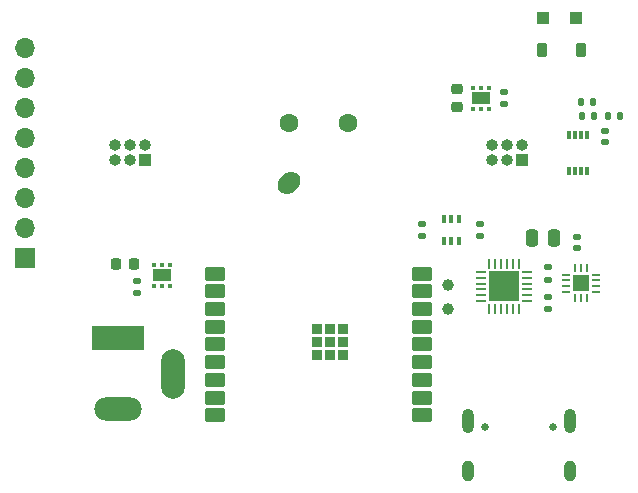
<source format=gbr>
%TF.GenerationSoftware,KiCad,Pcbnew,7.0.7*%
%TF.CreationDate,2024-03-08T01:12:17-05:00*%
%TF.ProjectId,ESP32Sensor-Sensor_board,45535033-3253-4656-9e73-6f722d53656e,rev?*%
%TF.SameCoordinates,Original*%
%TF.FileFunction,Soldermask,Bot*%
%TF.FilePolarity,Negative*%
%FSLAX46Y46*%
G04 Gerber Fmt 4.6, Leading zero omitted, Abs format (unit mm)*
G04 Created by KiCad (PCBNEW 7.0.7) date 2024-03-08 01:12:17*
%MOMM*%
%LPD*%
G01*
G04 APERTURE LIST*
G04 Aperture macros list*
%AMRoundRect*
0 Rectangle with rounded corners*
0 $1 Rounding radius*
0 $2 $3 $4 $5 $6 $7 $8 $9 X,Y pos of 4 corners*
0 Add a 4 corners polygon primitive as box body*
4,1,4,$2,$3,$4,$5,$6,$7,$8,$9,$2,$3,0*
0 Add four circle primitives for the rounded corners*
1,1,$1+$1,$2,$3*
1,1,$1+$1,$4,$5*
1,1,$1+$1,$6,$7*
1,1,$1+$1,$8,$9*
0 Add four rect primitives between the rounded corners*
20,1,$1+$1,$2,$3,$4,$5,0*
20,1,$1+$1,$4,$5,$6,$7,0*
20,1,$1+$1,$6,$7,$8,$9,0*
20,1,$1+$1,$8,$9,$2,$3,0*%
%AMHorizOval*
0 Thick line with rounded ends*
0 $1 width*
0 $2 $3 position (X,Y) of the first rounded end (center of the circle)*
0 $4 $5 position (X,Y) of the second rounded end (center of the circle)*
0 Add line between two ends*
20,1,$1,$2,$3,$4,$5,0*
0 Add two circle primitives to create the rounded ends*
1,1,$1,$2,$3*
1,1,$1,$4,$5*%
G04 Aperture macros list end*
%ADD10C,0.650000*%
%ADD11O,1.000000X2.100000*%
%ADD12O,1.000000X1.800000*%
%ADD13R,1.700000X1.700000*%
%ADD14O,1.700000X1.700000*%
%ADD15R,4.500000X2.000000*%
%ADD16O,4.000000X2.000000*%
%ADD17O,2.000000X4.200000*%
%ADD18RoundRect,0.250000X-0.250000X-0.475000X0.250000X-0.475000X0.250000X0.475000X-0.250000X0.475000X0*%
%ADD19RoundRect,0.250000X0.300000X0.300000X-0.300000X0.300000X-0.300000X-0.300000X0.300000X-0.300000X0*%
%ADD20RoundRect,0.135000X-0.185000X0.135000X-0.185000X-0.135000X0.185000X-0.135000X0.185000X0.135000X0*%
%ADD21R,0.400000X0.650000*%
%ADD22RoundRect,0.135000X-0.135000X-0.185000X0.135000X-0.185000X0.135000X0.185000X-0.135000X0.185000X0*%
%ADD23RoundRect,0.093750X-0.106250X0.093750X-0.106250X-0.093750X0.106250X-0.093750X0.106250X0.093750X0*%
%ADD24R,1.600000X1.000000*%
%ADD25C,1.000000*%
%ADD26RoundRect,0.135000X0.135000X0.185000X-0.135000X0.185000X-0.135000X-0.185000X0.135000X-0.185000X0*%
%ADD27RoundRect,0.140000X0.170000X-0.140000X0.170000X0.140000X-0.170000X0.140000X-0.170000X-0.140000X0*%
%ADD28RoundRect,0.062500X-0.062500X0.275000X-0.062500X-0.275000X0.062500X-0.275000X0.062500X0.275000X0*%
%ADD29RoundRect,0.062500X-0.275000X0.062500X-0.275000X-0.062500X0.275000X-0.062500X0.275000X0.062500X0*%
%ADD30R,1.450000X1.450000*%
%ADD31RoundRect,0.225000X0.225000X0.375000X-0.225000X0.375000X-0.225000X-0.375000X0.225000X-0.375000X0*%
%ADD32R,0.300000X0.800000*%
%ADD33RoundRect,0.225000X-0.250000X0.225000X-0.250000X-0.225000X0.250000X-0.225000X0.250000X0.225000X0*%
%ADD34RoundRect,0.140000X-0.170000X0.140000X-0.170000X-0.140000X0.170000X-0.140000X0.170000X0.140000X0*%
%ADD35RoundRect,0.102000X-0.750000X-0.450000X0.750000X-0.450000X0.750000X0.450000X-0.750000X0.450000X0*%
%ADD36RoundRect,0.102000X-0.350000X-0.350000X0.350000X-0.350000X0.350000X0.350000X-0.350000X0.350000X0*%
%ADD37R,1.000000X1.000000*%
%ADD38O,1.000000X1.000000*%
%ADD39RoundRect,0.062500X-0.062500X0.350000X-0.062500X-0.350000X0.062500X-0.350000X0.062500X0.350000X0*%
%ADD40RoundRect,0.062500X-0.350000X0.062500X-0.350000X-0.062500X0.350000X-0.062500X0.350000X0.062500X0*%
%ADD41R,2.600000X2.600000*%
%ADD42HorizOval,1.600000X0.176777X0.176777X-0.176777X-0.176777X0*%
%ADD43HorizOval,1.600000X0.000000X0.000000X0.000000X0.000000X0*%
%ADD44RoundRect,0.225000X0.225000X0.250000X-0.225000X0.250000X-0.225000X-0.250000X0.225000X-0.250000X0*%
G04 APERTURE END LIST*
D10*
%TO.C,J3*%
X14110000Y-23210000D03*
X19890000Y-23210000D03*
D11*
X12680000Y-22710000D03*
D12*
X12680000Y-26890000D03*
X21320000Y-26890000D03*
D11*
X21320000Y-22710000D03*
%TD*%
D13*
%TO.C,J6*%
X-24825000Y-8875000D03*
D14*
X-24825000Y-6335000D03*
X-24825000Y-3795000D03*
X-24825000Y-1255000D03*
X-24825000Y1285000D03*
X-24825000Y3825000D03*
X-24825000Y6365000D03*
X-24825000Y8905000D03*
%TD*%
D15*
%TO.C,J1*%
X-17000000Y-15700000D03*
D16*
X-17000000Y-21700000D03*
D17*
X-12300000Y-18700000D03*
%TD*%
D18*
%TO.C,C1*%
X18050000Y-7175000D03*
X19950000Y-7175000D03*
%TD*%
D19*
%TO.C,CR2*%
X21800000Y11400000D03*
X19000000Y11400000D03*
%TD*%
D20*
%TO.C,R1*%
X19400000Y-9690000D03*
X19400000Y-10710000D03*
%TD*%
D21*
%TO.C,U10*%
X11900000Y-7450000D03*
X11250000Y-7450000D03*
X10600000Y-7450000D03*
X10600000Y-5550000D03*
X11250000Y-5550000D03*
X11900000Y-5550000D03*
%TD*%
D22*
%TO.C,R21*%
X22290000Y3100000D03*
X23310000Y3100000D03*
%TD*%
D23*
%TO.C,U14*%
X-13900000Y-9468750D03*
X-13250000Y-9468750D03*
X-12600000Y-9468750D03*
X-12600000Y-11243750D03*
X-13250000Y-11243750D03*
X-13900000Y-11243750D03*
D24*
X-13250000Y-10356250D03*
%TD*%
D20*
%TO.C,R18*%
X8800000Y-5990000D03*
X8800000Y-7010000D03*
%TD*%
D25*
%TO.C,TP1*%
X11000000Y-11200000D03*
%TD*%
%TO.C,TP2*%
X11000000Y-13200000D03*
%TD*%
D23*
%TO.C,U11*%
X13100000Y5537500D03*
X13750000Y5537500D03*
X14400000Y5537500D03*
X14400000Y3762500D03*
X13750000Y3762500D03*
X13100000Y3762500D03*
D24*
X13750000Y4650000D03*
%TD*%
D26*
%TO.C,R17*%
X25510000Y3100000D03*
X24490000Y3100000D03*
%TD*%
D27*
%TO.C,C29*%
X-15400000Y-11830000D03*
X-15400000Y-10870000D03*
%TD*%
D28*
%TO.C,U8*%
X21760000Y-9775000D03*
X22260000Y-9775000D03*
X22760000Y-9775000D03*
D29*
X23522500Y-10287500D03*
X23522500Y-10787500D03*
X23522500Y-11287500D03*
X23522500Y-11787500D03*
D28*
X22760000Y-12300000D03*
X22260000Y-12300000D03*
X21760000Y-12300000D03*
D29*
X20997500Y-11787500D03*
X20997500Y-11287500D03*
X20997500Y-10787500D03*
X20997500Y-10287500D03*
D30*
X22260000Y-11037500D03*
%TD*%
D31*
%TO.C,CR3*%
X22250000Y8700000D03*
X18950000Y8700000D03*
%TD*%
D32*
%TO.C,U12*%
X22750000Y-1550000D03*
X22250000Y-1550000D03*
X21750000Y-1550000D03*
X21250000Y-1550000D03*
X21250000Y1550000D03*
X21750000Y1550000D03*
X22250000Y1550000D03*
X22750000Y1550000D03*
%TD*%
D33*
%TO.C,C25*%
X11750000Y5425000D03*
X11750000Y3875000D03*
%TD*%
D34*
%TO.C,C20*%
X21900000Y-7120000D03*
X21900000Y-8080000D03*
%TD*%
D20*
%TO.C,R19*%
X13700000Y-5990000D03*
X13700000Y-7010000D03*
%TD*%
D35*
%TO.C,U9*%
X-8750000Y-22200000D03*
X-8750000Y-20700000D03*
X-8750000Y-19200000D03*
X-8750000Y-17700000D03*
X-8750000Y-16200000D03*
X-8750000Y-14700000D03*
X-8750000Y-13200000D03*
X-8750000Y-11700000D03*
X-8750000Y-10200000D03*
X8750000Y-10200000D03*
X8750000Y-11700000D03*
X8750000Y-13200000D03*
X8750000Y-14700000D03*
X8750000Y-16200000D03*
X8750000Y-17700000D03*
X8750000Y-19200000D03*
X8750000Y-20700000D03*
X8750000Y-22200000D03*
D36*
X-140000Y-17100000D03*
X960000Y-17100000D03*
X2060000Y-17100000D03*
X-140000Y-16000000D03*
X960000Y-16000000D03*
X2060000Y-16000000D03*
X-140000Y-14900000D03*
X960000Y-14900000D03*
X2060000Y-14900000D03*
%TD*%
D37*
%TO.C,J4*%
X17275000Y-625000D03*
D38*
X17275000Y645000D03*
X16005000Y-625000D03*
X16005000Y645000D03*
X14735000Y-625000D03*
X14735000Y645000D03*
%TD*%
D27*
%TO.C,C21*%
X24250000Y945000D03*
X24250000Y1905000D03*
%TD*%
%TO.C,C24*%
X15700000Y4170000D03*
X15700000Y5130000D03*
%TD*%
D37*
%TO.C,J7*%
X-14725000Y-625000D03*
D38*
X-14725000Y645000D03*
X-15995000Y-625000D03*
X-15995000Y645000D03*
X-17265000Y-625000D03*
X-17265000Y645000D03*
%TD*%
D34*
%TO.C,C19*%
X19400000Y-12220000D03*
X19400000Y-13180000D03*
%TD*%
D39*
%TO.C,U15*%
X14450000Y-9362500D03*
X14950000Y-9362500D03*
X15450000Y-9362500D03*
X15950000Y-9362500D03*
X16450000Y-9362500D03*
X16950000Y-9362500D03*
D40*
X17637500Y-10050000D03*
X17637500Y-10550000D03*
X17637500Y-11050000D03*
X17637500Y-11550000D03*
X17637500Y-12050000D03*
X17637500Y-12550000D03*
D39*
X16950000Y-13237500D03*
X16450000Y-13237500D03*
X15950000Y-13237500D03*
X15450000Y-13237500D03*
X14950000Y-13237500D03*
X14450000Y-13237500D03*
D40*
X13762500Y-12550000D03*
X13762500Y-12050000D03*
X13762500Y-11550000D03*
X13762500Y-11050000D03*
X13762500Y-10550000D03*
X13762500Y-10050000D03*
D41*
X15700000Y-11300000D03*
%TD*%
D22*
%TO.C,R20*%
X22240000Y4350000D03*
X23260000Y4350000D03*
%TD*%
D42*
%TO.C,PD1*%
X-2517300Y-2503158D03*
D43*
X-2517300Y2517300D03*
X2503158Y2517300D03*
%TD*%
D44*
%TO.C,C30*%
X-15625000Y-9400000D03*
X-17175000Y-9400000D03*
%TD*%
M02*

</source>
